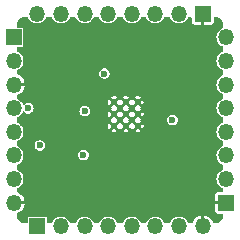
<source format=gbr>
%TF.GenerationSoftware,KiCad,Pcbnew,8.0.3-8.0.3-0~ubuntu23.10.1*%
%TF.CreationDate,2024-10-02T12:58:22-04:00*%
%TF.ProjectId,nPM1300-Stamp,6e504d31-3330-4302-9d53-74616d702e6b,rev?*%
%TF.SameCoordinates,Original*%
%TF.FileFunction,Copper,L3,Inr*%
%TF.FilePolarity,Positive*%
%FSLAX46Y46*%
G04 Gerber Fmt 4.6, Leading zero omitted, Abs format (unit mm)*
G04 Created by KiCad (PCBNEW 8.0.3-8.0.3-0~ubuntu23.10.1) date 2024-10-02 12:58:22*
%MOMM*%
%LPD*%
G01*
G04 APERTURE LIST*
%TA.AperFunction,ComponentPad*%
%ADD10R,1.350000X1.350000*%
%TD*%
%TA.AperFunction,ComponentPad*%
%ADD11O,1.350000X1.350000*%
%TD*%
%TA.AperFunction,HeatsinkPad*%
%ADD12C,0.500000*%
%TD*%
%TA.AperFunction,ViaPad*%
%ADD13C,0.600000*%
%TD*%
G04 APERTURE END LIST*
D10*
%TO.N,GND*%
%TO.C,J4*%
X157000000Y-91000000D03*
D11*
%TO.N,/LED0*%
X155000000Y-91000000D03*
%TO.N,/LED1*%
X153000000Y-91000000D03*
%TO.N,/LED2*%
X151000000Y-91000000D03*
%TO.N,/LS1_IN*%
X149000000Y-91000000D03*
%TO.N,/LS1_OUT*%
X147000000Y-91000000D03*
%TO.N,/LS2_IN*%
X145000000Y-91000000D03*
%TO.N,/LS2_OUT*%
X143000000Y-91000000D03*
%TD*%
D12*
%TO.N,GND*%
%TO.C,U1*%
X149500000Y-98500000D03*
X149500000Y-99500000D03*
X149500000Y-100500000D03*
X150500000Y-98500000D03*
X150500000Y-99500000D03*
X150500000Y-100500000D03*
X151500000Y-98500000D03*
X151500000Y-99500000D03*
X151500000Y-100500000D03*
%TD*%
D10*
%TO.N,GND*%
%TO.C,J3*%
X159000000Y-107000000D03*
D11*
%TO.N,/NTC*%
X159000000Y-105000000D03*
%TO.N,/VBAT*%
X159000000Y-103000000D03*
%TO.N,/VSYS*%
X159000000Y-101000000D03*
%TO.N,/VBUS_IN*%
X159000000Y-99000000D03*
%TO.N,/VBUS_OUT*%
X159000000Y-97000000D03*
%TO.N,/CC1*%
X159000000Y-95000000D03*
%TO.N,/CC2*%
X159000000Y-93000000D03*
%TD*%
D10*
%TO.N,/VOUT1*%
%TO.C,J1*%
X141000000Y-93000000D03*
D11*
%TO.N,/VOUT2*%
X141000000Y-95000000D03*
%TO.N,GND*%
X141000000Y-97000000D03*
%TO.N,/GPIO0*%
X141000000Y-99000000D03*
%TO.N,/GPIO1*%
X141000000Y-101000000D03*
%TO.N,/GPIO2*%
X141000000Y-103000000D03*
%TO.N,/GPIO3*%
X141000000Y-105000000D03*
%TO.N,GND*%
X141000000Y-107000000D03*
%TD*%
D10*
%TO.N,/GPIO4*%
%TO.C,J2*%
X143000000Y-109000000D03*
D11*
%TO.N,/VDDIO*%
X145000000Y-109000000D03*
%TO.N,/SDA_NPM1300*%
X147000000Y-109000000D03*
%TO.N,/SCL_NPM1300*%
X149000000Y-109000000D03*
%TO.N,/SHPLD*%
X151000000Y-109000000D03*
%TO.N,/VSET2*%
X153000000Y-109000000D03*
%TO.N,/VSET1*%
X155000000Y-109000000D03*
%TO.N,GND*%
X157000000Y-109000000D03*
%TD*%
D13*
%TO.N,GND*%
X157000000Y-104250000D03*
X146000000Y-108000000D03*
X148000000Y-108000000D03*
X157690000Y-98930000D03*
X157000000Y-107000000D03*
X157000000Y-106000000D03*
X146000000Y-92000000D03*
X144000000Y-106000000D03*
X143000000Y-106000000D03*
X156000000Y-106000000D03*
X142500000Y-96000000D03*
X156000000Y-104250000D03*
X152000000Y-108000000D03*
X157000000Y-94000000D03*
X154750000Y-103750000D03*
X157690000Y-102380000D03*
X154000000Y-92500000D03*
X150000000Y-92500000D03*
X144000000Y-92000000D03*
X157690000Y-100500000D03*
X157690000Y-96810000D03*
X153000000Y-96500000D03*
X156000000Y-107000000D03*
X154000000Y-107000000D03*
X152000000Y-92500000D03*
X155000000Y-95750000D03*
X147250000Y-97330000D03*
X150250000Y-104970000D03*
X148500000Y-92500000D03*
X145990000Y-102630000D03*
X150000000Y-108000000D03*
%TO.N,/VSYS*%
X154440000Y-99990000D03*
X147020000Y-99250000D03*
%TO.N,/VOUT2*%
X148670000Y-96070000D03*
X143225000Y-102150000D03*
%TO.N,/GPIO0*%
X142230000Y-99000000D03*
X146910000Y-102950000D03*
%TD*%
%TA.AperFunction,Conductor*%
%TO.N,GND*%
G36*
X142211972Y-91272174D02*
G01*
X142230024Y-91301633D01*
X142241712Y-91337608D01*
X142328475Y-91487885D01*
X142328478Y-91487890D01*
X142444592Y-91616847D01*
X142584969Y-91718838D01*
X142584976Y-91718842D01*
X142743501Y-91789422D01*
X142913236Y-91825500D01*
X142913237Y-91825500D01*
X143086763Y-91825500D01*
X143086764Y-91825500D01*
X143256499Y-91789422D01*
X143415024Y-91718842D01*
X143422819Y-91713179D01*
X143555407Y-91616847D01*
X143555406Y-91616847D01*
X143555410Y-91616845D01*
X143671522Y-91487889D01*
X143758286Y-91337611D01*
X143766936Y-91310988D01*
X143769976Y-91301633D01*
X143806758Y-91258566D01*
X143840354Y-91250500D01*
X144159646Y-91250500D01*
X144211972Y-91272174D01*
X144230024Y-91301633D01*
X144241712Y-91337608D01*
X144328475Y-91487885D01*
X144328478Y-91487890D01*
X144444592Y-91616847D01*
X144584969Y-91718838D01*
X144584976Y-91718842D01*
X144743501Y-91789422D01*
X144913236Y-91825500D01*
X144913237Y-91825500D01*
X145086763Y-91825500D01*
X145086764Y-91825500D01*
X145256499Y-91789422D01*
X145415024Y-91718842D01*
X145422819Y-91713179D01*
X145555407Y-91616847D01*
X145555406Y-91616847D01*
X145555410Y-91616845D01*
X145671522Y-91487889D01*
X145758286Y-91337611D01*
X145766936Y-91310988D01*
X145769976Y-91301633D01*
X145806758Y-91258566D01*
X145840354Y-91250500D01*
X146159646Y-91250500D01*
X146211972Y-91272174D01*
X146230024Y-91301633D01*
X146241712Y-91337608D01*
X146328475Y-91487885D01*
X146328478Y-91487890D01*
X146444592Y-91616847D01*
X146584969Y-91718838D01*
X146584976Y-91718842D01*
X146743501Y-91789422D01*
X146913236Y-91825500D01*
X146913237Y-91825500D01*
X147086763Y-91825500D01*
X147086764Y-91825500D01*
X147256499Y-91789422D01*
X147415024Y-91718842D01*
X147422819Y-91713179D01*
X147555407Y-91616847D01*
X147555406Y-91616847D01*
X147555410Y-91616845D01*
X147671522Y-91487889D01*
X147758286Y-91337611D01*
X147766936Y-91310988D01*
X147769976Y-91301633D01*
X147806758Y-91258566D01*
X147840354Y-91250500D01*
X148159646Y-91250500D01*
X148211972Y-91272174D01*
X148230024Y-91301633D01*
X148241712Y-91337608D01*
X148328475Y-91487885D01*
X148328478Y-91487890D01*
X148444592Y-91616847D01*
X148584969Y-91718838D01*
X148584976Y-91718842D01*
X148743501Y-91789422D01*
X148913236Y-91825500D01*
X148913237Y-91825500D01*
X149086763Y-91825500D01*
X149086764Y-91825500D01*
X149256499Y-91789422D01*
X149415024Y-91718842D01*
X149422819Y-91713179D01*
X149555407Y-91616847D01*
X149555406Y-91616847D01*
X149555410Y-91616845D01*
X149671522Y-91487889D01*
X149758286Y-91337611D01*
X149766936Y-91310988D01*
X149769976Y-91301633D01*
X149806758Y-91258566D01*
X149840354Y-91250500D01*
X150159646Y-91250500D01*
X150211972Y-91272174D01*
X150230024Y-91301633D01*
X150241712Y-91337608D01*
X150328475Y-91487885D01*
X150328478Y-91487890D01*
X150444592Y-91616847D01*
X150584969Y-91718838D01*
X150584976Y-91718842D01*
X150743501Y-91789422D01*
X150913236Y-91825500D01*
X150913237Y-91825500D01*
X151086763Y-91825500D01*
X151086764Y-91825500D01*
X151256499Y-91789422D01*
X151415024Y-91718842D01*
X151422819Y-91713179D01*
X151555407Y-91616847D01*
X151555406Y-91616847D01*
X151555410Y-91616845D01*
X151671522Y-91487889D01*
X151758286Y-91337611D01*
X151766936Y-91310988D01*
X151769976Y-91301633D01*
X151806758Y-91258566D01*
X151840354Y-91250500D01*
X152159646Y-91250500D01*
X152211972Y-91272174D01*
X152230024Y-91301633D01*
X152241712Y-91337608D01*
X152328475Y-91487885D01*
X152328478Y-91487890D01*
X152444592Y-91616847D01*
X152584969Y-91718838D01*
X152584976Y-91718842D01*
X152743501Y-91789422D01*
X152913236Y-91825500D01*
X152913237Y-91825500D01*
X153086763Y-91825500D01*
X153086764Y-91825500D01*
X153256499Y-91789422D01*
X153415024Y-91718842D01*
X153422819Y-91713179D01*
X153555407Y-91616847D01*
X153555406Y-91616847D01*
X153555410Y-91616845D01*
X153671522Y-91487889D01*
X153758286Y-91337611D01*
X153766936Y-91310988D01*
X153769976Y-91301633D01*
X153806758Y-91258566D01*
X153840354Y-91250500D01*
X154159646Y-91250500D01*
X154211972Y-91272174D01*
X154230024Y-91301633D01*
X154241712Y-91337608D01*
X154328475Y-91487885D01*
X154328478Y-91487890D01*
X154444592Y-91616847D01*
X154584969Y-91718838D01*
X154584976Y-91718842D01*
X154743501Y-91789422D01*
X154913236Y-91825500D01*
X154913237Y-91825500D01*
X155086763Y-91825500D01*
X155086764Y-91825500D01*
X155256499Y-91789422D01*
X155415024Y-91718842D01*
X155422819Y-91713179D01*
X155555407Y-91616847D01*
X155555406Y-91616847D01*
X155555410Y-91616845D01*
X155671522Y-91487889D01*
X155758286Y-91337611D01*
X155766936Y-91310988D01*
X155769976Y-91301633D01*
X155806758Y-91258566D01*
X155840354Y-91250500D01*
X156001000Y-91250500D01*
X156053326Y-91272174D01*
X156075000Y-91324500D01*
X156075000Y-91699622D01*
X156089505Y-91772545D01*
X156144759Y-91855239D01*
X156144760Y-91855240D01*
X156227454Y-91910494D01*
X156300378Y-91925000D01*
X156875000Y-91925000D01*
X156875000Y-91380617D01*
X156947339Y-91400000D01*
X157052661Y-91400000D01*
X157125000Y-91380617D01*
X157125000Y-91925000D01*
X157699622Y-91925000D01*
X157772545Y-91910494D01*
X157855239Y-91855240D01*
X157855240Y-91855239D01*
X157910494Y-91772545D01*
X157925000Y-91699622D01*
X157925000Y-91324759D01*
X157946674Y-91272433D01*
X157999000Y-91250759D01*
X158006235Y-91251114D01*
X158138971Y-91264187D01*
X158153188Y-91267014D01*
X158279851Y-91305437D01*
X158293249Y-91310988D01*
X158409972Y-91373378D01*
X158422029Y-91381434D01*
X158444653Y-91400000D01*
X158524342Y-91465399D01*
X158534600Y-91475657D01*
X158618562Y-91577965D01*
X158626621Y-91590027D01*
X158689011Y-91706750D01*
X158694563Y-91720152D01*
X158732983Y-91846805D01*
X158735813Y-91861033D01*
X158749144Y-91996385D01*
X158749500Y-92003638D01*
X158749500Y-92159850D01*
X158727826Y-92212176D01*
X158705599Y-92227452D01*
X158584978Y-92281156D01*
X158584973Y-92281159D01*
X158444592Y-92383152D01*
X158328478Y-92512109D01*
X158328475Y-92512114D01*
X158241716Y-92662384D01*
X158241711Y-92662394D01*
X158188093Y-92827418D01*
X158169953Y-93000000D01*
X158188093Y-93172581D01*
X158241711Y-93337605D01*
X158241716Y-93337615D01*
X158328475Y-93487885D01*
X158328478Y-93487890D01*
X158444592Y-93616847D01*
X158584969Y-93718838D01*
X158584971Y-93718838D01*
X158584976Y-93718842D01*
X158705600Y-93772547D01*
X158744585Y-93813628D01*
X158749500Y-93840148D01*
X158749500Y-94159850D01*
X158727826Y-94212176D01*
X158705599Y-94227452D01*
X158584978Y-94281156D01*
X158584973Y-94281159D01*
X158444592Y-94383152D01*
X158328478Y-94512109D01*
X158328475Y-94512114D01*
X158241716Y-94662384D01*
X158241711Y-94662394D01*
X158188093Y-94827418D01*
X158169953Y-95000000D01*
X158188093Y-95172581D01*
X158241711Y-95337605D01*
X158241716Y-95337615D01*
X158328475Y-95487885D01*
X158328478Y-95487890D01*
X158444592Y-95616847D01*
X158584969Y-95718838D01*
X158584971Y-95718838D01*
X158584976Y-95718842D01*
X158705600Y-95772547D01*
X158744585Y-95813628D01*
X158749500Y-95840148D01*
X158749500Y-96159850D01*
X158727826Y-96212176D01*
X158705599Y-96227452D01*
X158584978Y-96281156D01*
X158584973Y-96281159D01*
X158444592Y-96383152D01*
X158328478Y-96512109D01*
X158328475Y-96512114D01*
X158241716Y-96662384D01*
X158241711Y-96662394D01*
X158188093Y-96827418D01*
X158188092Y-96827422D01*
X158188092Y-96827424D01*
X158169953Y-97000000D01*
X158183091Y-97125000D01*
X158188093Y-97172581D01*
X158241711Y-97337605D01*
X158241716Y-97337615D01*
X158328475Y-97487885D01*
X158328478Y-97487890D01*
X158444592Y-97616847D01*
X158584969Y-97718838D01*
X158584971Y-97718838D01*
X158584976Y-97718842D01*
X158705600Y-97772547D01*
X158744585Y-97813628D01*
X158749500Y-97840148D01*
X158749500Y-98159850D01*
X158727826Y-98212176D01*
X158705599Y-98227452D01*
X158584978Y-98281156D01*
X158584973Y-98281159D01*
X158444592Y-98383152D01*
X158328478Y-98512109D01*
X158328475Y-98512114D01*
X158241716Y-98662384D01*
X158241711Y-98662394D01*
X158188093Y-98827418D01*
X158188092Y-98827422D01*
X158188092Y-98827424D01*
X158169953Y-99000000D01*
X158187783Y-99169640D01*
X158188093Y-99172581D01*
X158241711Y-99337605D01*
X158241716Y-99337615D01*
X158328475Y-99487885D01*
X158328478Y-99487890D01*
X158444592Y-99616847D01*
X158584969Y-99718838D01*
X158584971Y-99718838D01*
X158584976Y-99718842D01*
X158705600Y-99772547D01*
X158744585Y-99813628D01*
X158749500Y-99840148D01*
X158749500Y-100159850D01*
X158727826Y-100212176D01*
X158705599Y-100227452D01*
X158584978Y-100281156D01*
X158584973Y-100281159D01*
X158444592Y-100383152D01*
X158328478Y-100512109D01*
X158328475Y-100512114D01*
X158241716Y-100662384D01*
X158241711Y-100662394D01*
X158188093Y-100827418D01*
X158188092Y-100827422D01*
X158188092Y-100827424D01*
X158169953Y-100999999D01*
X158169953Y-101000000D01*
X158188093Y-101172581D01*
X158241711Y-101337605D01*
X158241716Y-101337615D01*
X158328475Y-101487885D01*
X158328478Y-101487890D01*
X158444592Y-101616847D01*
X158584969Y-101718838D01*
X158584971Y-101718838D01*
X158584976Y-101718842D01*
X158705600Y-101772547D01*
X158744585Y-101813628D01*
X158749500Y-101840148D01*
X158749500Y-102159850D01*
X158727826Y-102212176D01*
X158705599Y-102227452D01*
X158584978Y-102281156D01*
X158584973Y-102281159D01*
X158444592Y-102383152D01*
X158328478Y-102512109D01*
X158328475Y-102512114D01*
X158241716Y-102662384D01*
X158241711Y-102662394D01*
X158188093Y-102827418D01*
X158169953Y-103000000D01*
X158188093Y-103172581D01*
X158241711Y-103337605D01*
X158241716Y-103337615D01*
X158328475Y-103487885D01*
X158328478Y-103487890D01*
X158444592Y-103616847D01*
X158584969Y-103718838D01*
X158584971Y-103718838D01*
X158584976Y-103718842D01*
X158705600Y-103772547D01*
X158744585Y-103813628D01*
X158749500Y-103840148D01*
X158749500Y-104159850D01*
X158727826Y-104212176D01*
X158705599Y-104227452D01*
X158584978Y-104281156D01*
X158584973Y-104281159D01*
X158444592Y-104383152D01*
X158328478Y-104512109D01*
X158328475Y-104512114D01*
X158241716Y-104662384D01*
X158241711Y-104662394D01*
X158188093Y-104827418D01*
X158169953Y-105000000D01*
X158188093Y-105172581D01*
X158241711Y-105337605D01*
X158241716Y-105337615D01*
X158328475Y-105487885D01*
X158328478Y-105487890D01*
X158444592Y-105616847D01*
X158584969Y-105718838D01*
X158584971Y-105718838D01*
X158584976Y-105718842D01*
X158705600Y-105772547D01*
X158744585Y-105813628D01*
X158749500Y-105840148D01*
X158749500Y-106001000D01*
X158727826Y-106053326D01*
X158675500Y-106075000D01*
X158300378Y-106075000D01*
X158227454Y-106089505D01*
X158144760Y-106144759D01*
X158144759Y-106144760D01*
X158089505Y-106227454D01*
X158075000Y-106300377D01*
X158075000Y-106875000D01*
X158619383Y-106875000D01*
X158600000Y-106947339D01*
X158600000Y-107052661D01*
X158619383Y-107125000D01*
X158075000Y-107125000D01*
X158075000Y-107699622D01*
X158089505Y-107772545D01*
X158144759Y-107855239D01*
X158144760Y-107855240D01*
X158227454Y-107910494D01*
X158300378Y-107925000D01*
X158675240Y-107925000D01*
X158727566Y-107946674D01*
X158749240Y-107999000D01*
X158748884Y-108006253D01*
X158735813Y-108138966D01*
X158732983Y-108153194D01*
X158694563Y-108279847D01*
X158689011Y-108293249D01*
X158626621Y-108409972D01*
X158618562Y-108422034D01*
X158534600Y-108524342D01*
X158524342Y-108534600D01*
X158422034Y-108618562D01*
X158409972Y-108626621D01*
X158293249Y-108689011D01*
X158279847Y-108694563D01*
X158153194Y-108732983D01*
X158138966Y-108735813D01*
X158003615Y-108749144D01*
X157996362Y-108749500D01*
X157944974Y-108749500D01*
X157892648Y-108727826D01*
X157874596Y-108698367D01*
X157849685Y-108621699D01*
X157752465Y-108453306D01*
X157752462Y-108453303D01*
X157622352Y-108308802D01*
X157465054Y-108194517D01*
X157465047Y-108194513D01*
X157287416Y-108115427D01*
X157287415Y-108115426D01*
X157125000Y-108080903D01*
X157125000Y-108619382D01*
X157052661Y-108600000D01*
X156947339Y-108600000D01*
X156875000Y-108619382D01*
X156875000Y-108080904D01*
X156874999Y-108080903D01*
X156712584Y-108115426D01*
X156712583Y-108115427D01*
X156534953Y-108194513D01*
X156534946Y-108194517D01*
X156377647Y-108308802D01*
X156247537Y-108453303D01*
X156247534Y-108453306D01*
X156150314Y-108621699D01*
X156125404Y-108698367D01*
X156088622Y-108741434D01*
X156055026Y-108749500D01*
X155840354Y-108749500D01*
X155788028Y-108727826D01*
X155769976Y-108698367D01*
X155758287Y-108662391D01*
X155671524Y-108512114D01*
X155671521Y-108512109D01*
X155555407Y-108383152D01*
X155415030Y-108281161D01*
X155415023Y-108281157D01*
X155256500Y-108210578D01*
X155256498Y-108210577D01*
X155122841Y-108182168D01*
X155086764Y-108174500D01*
X154913236Y-108174500D01*
X154883483Y-108180824D01*
X154743501Y-108210577D01*
X154743499Y-108210578D01*
X154584978Y-108281156D01*
X154584973Y-108281159D01*
X154444592Y-108383152D01*
X154328478Y-108512109D01*
X154328475Y-108512114D01*
X154241712Y-108662391D01*
X154230024Y-108698367D01*
X154193242Y-108741434D01*
X154159646Y-108749500D01*
X153840354Y-108749500D01*
X153788028Y-108727826D01*
X153769976Y-108698367D01*
X153758287Y-108662391D01*
X153671524Y-108512114D01*
X153671521Y-108512109D01*
X153555407Y-108383152D01*
X153415030Y-108281161D01*
X153415023Y-108281157D01*
X153256500Y-108210578D01*
X153256498Y-108210577D01*
X153122841Y-108182168D01*
X153086764Y-108174500D01*
X152913236Y-108174500D01*
X152883483Y-108180824D01*
X152743501Y-108210577D01*
X152743499Y-108210578D01*
X152584978Y-108281156D01*
X152584973Y-108281159D01*
X152444592Y-108383152D01*
X152328478Y-108512109D01*
X152328475Y-108512114D01*
X152241712Y-108662391D01*
X152230024Y-108698367D01*
X152193242Y-108741434D01*
X152159646Y-108749500D01*
X151840354Y-108749500D01*
X151788028Y-108727826D01*
X151769976Y-108698367D01*
X151758287Y-108662391D01*
X151671524Y-108512114D01*
X151671521Y-108512109D01*
X151555407Y-108383152D01*
X151415030Y-108281161D01*
X151415023Y-108281157D01*
X151256500Y-108210578D01*
X151256498Y-108210577D01*
X151122841Y-108182168D01*
X151086764Y-108174500D01*
X150913236Y-108174500D01*
X150883483Y-108180824D01*
X150743501Y-108210577D01*
X150743499Y-108210578D01*
X150584978Y-108281156D01*
X150584973Y-108281159D01*
X150444592Y-108383152D01*
X150328478Y-108512109D01*
X150328475Y-108512114D01*
X150241712Y-108662391D01*
X150230024Y-108698367D01*
X150193242Y-108741434D01*
X150159646Y-108749500D01*
X149840354Y-108749500D01*
X149788028Y-108727826D01*
X149769976Y-108698367D01*
X149758287Y-108662391D01*
X149671524Y-108512114D01*
X149671521Y-108512109D01*
X149555407Y-108383152D01*
X149415030Y-108281161D01*
X149415023Y-108281157D01*
X149256500Y-108210578D01*
X149256498Y-108210577D01*
X149122841Y-108182168D01*
X149086764Y-108174500D01*
X148913236Y-108174500D01*
X148883483Y-108180824D01*
X148743501Y-108210577D01*
X148743499Y-108210578D01*
X148584978Y-108281156D01*
X148584973Y-108281159D01*
X148444592Y-108383152D01*
X148328478Y-108512109D01*
X148328475Y-108512114D01*
X148241712Y-108662391D01*
X148230024Y-108698367D01*
X148193242Y-108741434D01*
X148159646Y-108749500D01*
X147840354Y-108749500D01*
X147788028Y-108727826D01*
X147769976Y-108698367D01*
X147758287Y-108662391D01*
X147671524Y-108512114D01*
X147671521Y-108512109D01*
X147555407Y-108383152D01*
X147415030Y-108281161D01*
X147415023Y-108281157D01*
X147256500Y-108210578D01*
X147256498Y-108210577D01*
X147122841Y-108182168D01*
X147086764Y-108174500D01*
X146913236Y-108174500D01*
X146883483Y-108180824D01*
X146743501Y-108210577D01*
X146743499Y-108210578D01*
X146584978Y-108281156D01*
X146584973Y-108281159D01*
X146444592Y-108383152D01*
X146328478Y-108512109D01*
X146328475Y-108512114D01*
X146241712Y-108662391D01*
X146230024Y-108698367D01*
X146193242Y-108741434D01*
X146159646Y-108749500D01*
X145840354Y-108749500D01*
X145788028Y-108727826D01*
X145769976Y-108698367D01*
X145758287Y-108662391D01*
X145671524Y-108512114D01*
X145671521Y-108512109D01*
X145555407Y-108383152D01*
X145415030Y-108281161D01*
X145415023Y-108281157D01*
X145256500Y-108210578D01*
X145256498Y-108210577D01*
X145122841Y-108182168D01*
X145086764Y-108174500D01*
X144913236Y-108174500D01*
X144883483Y-108180824D01*
X144743501Y-108210577D01*
X144743499Y-108210578D01*
X144584978Y-108281156D01*
X144584973Y-108281159D01*
X144444592Y-108383152D01*
X144328478Y-108512109D01*
X144328475Y-108512114D01*
X144241712Y-108662391D01*
X144230024Y-108698367D01*
X144193242Y-108741434D01*
X144159646Y-108749500D01*
X143899500Y-108749500D01*
X143847174Y-108727826D01*
X143825500Y-108675500D01*
X143825500Y-108310180D01*
X143820853Y-108286821D01*
X143816767Y-108266278D01*
X143783504Y-108216496D01*
X143733722Y-108183233D01*
X143689820Y-108174500D01*
X142310180Y-108174500D01*
X142288229Y-108178866D01*
X142266277Y-108183233D01*
X142216496Y-108216495D01*
X142216495Y-108216496D01*
X142183233Y-108266277D01*
X142174500Y-108310180D01*
X142174500Y-108675500D01*
X142152826Y-108727826D01*
X142100500Y-108749500D01*
X142003638Y-108749500D01*
X141996385Y-108749144D01*
X141861033Y-108735813D01*
X141846805Y-108732983D01*
X141720152Y-108694563D01*
X141706750Y-108689011D01*
X141590027Y-108626621D01*
X141577968Y-108618564D01*
X141535099Y-108583383D01*
X141475657Y-108534600D01*
X141465399Y-108524342D01*
X141429029Y-108480025D01*
X141381434Y-108422029D01*
X141373378Y-108409972D01*
X141310988Y-108293249D01*
X141305436Y-108279847D01*
X141286219Y-108216496D01*
X141267014Y-108153188D01*
X141264187Y-108138971D01*
X141250856Y-108003614D01*
X141250500Y-107996361D01*
X141250500Y-107949064D01*
X141272174Y-107896738D01*
X141294402Y-107881462D01*
X141465043Y-107805488D01*
X141465054Y-107805482D01*
X141622352Y-107691197D01*
X141752462Y-107546696D01*
X141752465Y-107546693D01*
X141849685Y-107378300D01*
X141909768Y-107193384D01*
X141916957Y-107125000D01*
X141380617Y-107125000D01*
X141400000Y-107052661D01*
X141400000Y-106947339D01*
X141380617Y-106875000D01*
X141916957Y-106875000D01*
X141916956Y-106874999D01*
X141909768Y-106806615D01*
X141849685Y-106621699D01*
X141752465Y-106453306D01*
X141752462Y-106453303D01*
X141622352Y-106308802D01*
X141465054Y-106194517D01*
X141465046Y-106194513D01*
X141294401Y-106118536D01*
X141255415Y-106077453D01*
X141250500Y-106050934D01*
X141250500Y-105840148D01*
X141272174Y-105787822D01*
X141294395Y-105772549D01*
X141415024Y-105718842D01*
X141555410Y-105616845D01*
X141671522Y-105487889D01*
X141758286Y-105337611D01*
X141811908Y-105172576D01*
X141830047Y-105000000D01*
X141811908Y-104827424D01*
X141758286Y-104662389D01*
X141671522Y-104512111D01*
X141671521Y-104512109D01*
X141555407Y-104383152D01*
X141415030Y-104281161D01*
X141415022Y-104281157D01*
X141294401Y-104227452D01*
X141255415Y-104186369D01*
X141250500Y-104159850D01*
X141250500Y-103840148D01*
X141272174Y-103787822D01*
X141294395Y-103772549D01*
X141415024Y-103718842D01*
X141555410Y-103616845D01*
X141671522Y-103487889D01*
X141758286Y-103337611D01*
X141811908Y-103172576D01*
X141830047Y-103000000D01*
X141824792Y-102950000D01*
X146454867Y-102950000D01*
X146473302Y-103078223D01*
X146473302Y-103078224D01*
X146473303Y-103078226D01*
X146527118Y-103196063D01*
X146611951Y-103293967D01*
X146720931Y-103364004D01*
X146845228Y-103400500D01*
X146974772Y-103400500D01*
X147099069Y-103364004D01*
X147208049Y-103293967D01*
X147292882Y-103196063D01*
X147346697Y-103078226D01*
X147365133Y-102950000D01*
X147346697Y-102821774D01*
X147292882Y-102703937D01*
X147208049Y-102606033D01*
X147141032Y-102562964D01*
X147099068Y-102535995D01*
X146974772Y-102499500D01*
X146845228Y-102499500D01*
X146720931Y-102535995D01*
X146611954Y-102606031D01*
X146611950Y-102606034D01*
X146527119Y-102703935D01*
X146473302Y-102821776D01*
X146454867Y-102950000D01*
X141824792Y-102950000D01*
X141811908Y-102827424D01*
X141805546Y-102807844D01*
X141758288Y-102662394D01*
X141758283Y-102662384D01*
X141671524Y-102512114D01*
X141671521Y-102512109D01*
X141555407Y-102383152D01*
X141415030Y-102281161D01*
X141415022Y-102281157D01*
X141294401Y-102227452D01*
X141255415Y-102186369D01*
X141250500Y-102159850D01*
X141250500Y-102150000D01*
X142769867Y-102150000D01*
X142788302Y-102278223D01*
X142788302Y-102278224D01*
X142788303Y-102278226D01*
X142842118Y-102396063D01*
X142926951Y-102493967D01*
X143035931Y-102564004D01*
X143160228Y-102600500D01*
X143289772Y-102600500D01*
X143414069Y-102564004D01*
X143523049Y-102493967D01*
X143607882Y-102396063D01*
X143661697Y-102278226D01*
X143680133Y-102150000D01*
X143661697Y-102021774D01*
X143607882Y-101903937D01*
X143523049Y-101806033D01*
X143456032Y-101762964D01*
X143414068Y-101735995D01*
X143289772Y-101699500D01*
X143160228Y-101699500D01*
X143035931Y-101735995D01*
X142926954Y-101806031D01*
X142926950Y-101806034D01*
X142842119Y-101903935D01*
X142788302Y-102021776D01*
X142769867Y-102150000D01*
X141250500Y-102150000D01*
X141250500Y-101840148D01*
X141272174Y-101787822D01*
X141294395Y-101772549D01*
X141415024Y-101718842D01*
X141555410Y-101616845D01*
X141671522Y-101487889D01*
X141758286Y-101337611D01*
X141811908Y-101172576D01*
X141830047Y-101000000D01*
X141822793Y-100930982D01*
X149245792Y-100930982D01*
X149290152Y-100959490D01*
X149290161Y-100959494D01*
X149428107Y-100999999D01*
X149428109Y-101000000D01*
X149571891Y-101000000D01*
X149571892Y-100999999D01*
X149709842Y-100959493D01*
X149709844Y-100959493D01*
X149754206Y-100930982D01*
X150245792Y-100930982D01*
X150290152Y-100959490D01*
X150290161Y-100959494D01*
X150428107Y-100999999D01*
X150428109Y-101000000D01*
X150571891Y-101000000D01*
X150571892Y-100999999D01*
X150709842Y-100959493D01*
X150709844Y-100959493D01*
X150754206Y-100930982D01*
X151245792Y-100930982D01*
X151290152Y-100959490D01*
X151290161Y-100959494D01*
X151428107Y-100999999D01*
X151428109Y-101000000D01*
X151571891Y-101000000D01*
X151571892Y-100999999D01*
X151709842Y-100959493D01*
X151709844Y-100959493D01*
X151754206Y-100930982D01*
X151500000Y-100676776D01*
X151245792Y-100930982D01*
X150754206Y-100930982D01*
X150500000Y-100676776D01*
X150245792Y-100930982D01*
X149754206Y-100930982D01*
X149500000Y-100676776D01*
X149245792Y-100930982D01*
X141822793Y-100930982D01*
X141811908Y-100827424D01*
X141788691Y-100755969D01*
X141758288Y-100662394D01*
X141758283Y-100662384D01*
X141671524Y-100512114D01*
X141671521Y-100512109D01*
X141660618Y-100500000D01*
X148994858Y-100500000D01*
X149015319Y-100642312D01*
X149067234Y-100755988D01*
X149323223Y-100500000D01*
X149323223Y-100499999D01*
X149303333Y-100480109D01*
X149400000Y-100480109D01*
X149400000Y-100519891D01*
X149415224Y-100556645D01*
X149443355Y-100584776D01*
X149480109Y-100600000D01*
X149519891Y-100600000D01*
X149556645Y-100584776D01*
X149584776Y-100556645D01*
X149600000Y-100519891D01*
X149600000Y-100499999D01*
X149676776Y-100499999D01*
X149676776Y-100500000D01*
X149932765Y-100755989D01*
X149932895Y-100755966D01*
X149974138Y-100717567D01*
X150030739Y-100719588D01*
X150067121Y-100755969D01*
X150067233Y-100755989D01*
X150323223Y-100500000D01*
X150323223Y-100499999D01*
X150303333Y-100480109D01*
X150400000Y-100480109D01*
X150400000Y-100519891D01*
X150415224Y-100556645D01*
X150443355Y-100584776D01*
X150480109Y-100600000D01*
X150519891Y-100600000D01*
X150556645Y-100584776D01*
X150584776Y-100556645D01*
X150600000Y-100519891D01*
X150600000Y-100499999D01*
X150676776Y-100499999D01*
X150676776Y-100500000D01*
X150932765Y-100755989D01*
X150932895Y-100755966D01*
X150974138Y-100717567D01*
X151030739Y-100719588D01*
X151067121Y-100755969D01*
X151067233Y-100755989D01*
X151323223Y-100500000D01*
X151323223Y-100499999D01*
X151303333Y-100480109D01*
X151400000Y-100480109D01*
X151400000Y-100519891D01*
X151415224Y-100556645D01*
X151443355Y-100584776D01*
X151480109Y-100600000D01*
X151519891Y-100600000D01*
X151556645Y-100584776D01*
X151584776Y-100556645D01*
X151600000Y-100519891D01*
X151600000Y-100499999D01*
X151676776Y-100499999D01*
X151676776Y-100500000D01*
X151932765Y-100755989D01*
X151984680Y-100642315D01*
X152005141Y-100500000D01*
X151984680Y-100357687D01*
X151932764Y-100244010D01*
X151676776Y-100499999D01*
X151600000Y-100499999D01*
X151600000Y-100480109D01*
X151584776Y-100443355D01*
X151556645Y-100415224D01*
X151519891Y-100400000D01*
X151480109Y-100400000D01*
X151443355Y-100415224D01*
X151415224Y-100443355D01*
X151400000Y-100480109D01*
X151303333Y-100480109D01*
X151067234Y-100244010D01*
X151067104Y-100244033D01*
X151025857Y-100282433D01*
X150969256Y-100280410D01*
X150932877Y-100244029D01*
X150932765Y-100244009D01*
X150676776Y-100499999D01*
X150600000Y-100499999D01*
X150600000Y-100480109D01*
X150584776Y-100443355D01*
X150556645Y-100415224D01*
X150519891Y-100400000D01*
X150480109Y-100400000D01*
X150443355Y-100415224D01*
X150415224Y-100443355D01*
X150400000Y-100480109D01*
X150303333Y-100480109D01*
X150067234Y-100244010D01*
X150067104Y-100244033D01*
X150025857Y-100282433D01*
X149969256Y-100280410D01*
X149932877Y-100244029D01*
X149932765Y-100244009D01*
X149676776Y-100499999D01*
X149600000Y-100499999D01*
X149600000Y-100480109D01*
X149584776Y-100443355D01*
X149556645Y-100415224D01*
X149519891Y-100400000D01*
X149480109Y-100400000D01*
X149443355Y-100415224D01*
X149415224Y-100443355D01*
X149400000Y-100480109D01*
X149303333Y-100480109D01*
X149067234Y-100244010D01*
X149015319Y-100357687D01*
X148994858Y-100500000D01*
X141660618Y-100500000D01*
X141555407Y-100383152D01*
X141415030Y-100281161D01*
X141415022Y-100281157D01*
X141294401Y-100227452D01*
X141255415Y-100186369D01*
X141250500Y-100159850D01*
X141250500Y-99930981D01*
X149245793Y-99930981D01*
X149256319Y-99937746D01*
X149288620Y-99984270D01*
X149278564Y-100040007D01*
X149256319Y-100062251D01*
X149245793Y-100069015D01*
X149245793Y-100069016D01*
X149499999Y-100323223D01*
X149754206Y-100069016D01*
X149743679Y-100062251D01*
X149711378Y-100015728D01*
X149721435Y-99959991D01*
X149743680Y-99937746D01*
X149754205Y-99930981D01*
X150245793Y-99930981D01*
X150256319Y-99937746D01*
X150288620Y-99984270D01*
X150278564Y-100040007D01*
X150256319Y-100062251D01*
X150245793Y-100069015D01*
X150245793Y-100069016D01*
X150499999Y-100323223D01*
X150754206Y-100069016D01*
X150743679Y-100062251D01*
X150711378Y-100015728D01*
X150721435Y-99959991D01*
X150743680Y-99937746D01*
X150754205Y-99930981D01*
X151245793Y-99930981D01*
X151256319Y-99937746D01*
X151288620Y-99984270D01*
X151278564Y-100040007D01*
X151256319Y-100062251D01*
X151245793Y-100069015D01*
X151245793Y-100069016D01*
X151499999Y-100323223D01*
X151754206Y-100069016D01*
X151743679Y-100062251D01*
X151711378Y-100015728D01*
X151716020Y-99990000D01*
X153984867Y-99990000D01*
X154003302Y-100118223D01*
X154003302Y-100118224D01*
X154003303Y-100118226D01*
X154057118Y-100236063D01*
X154141951Y-100333967D01*
X154250931Y-100404004D01*
X154375228Y-100440500D01*
X154504772Y-100440500D01*
X154629069Y-100404004D01*
X154738049Y-100333967D01*
X154822882Y-100236063D01*
X154876697Y-100118226D01*
X154895133Y-99990000D01*
X154876697Y-99861774D01*
X154822882Y-99743937D01*
X154738049Y-99646033D01*
X154657034Y-99593968D01*
X154629068Y-99575995D01*
X154504772Y-99539500D01*
X154375228Y-99539500D01*
X154250931Y-99575995D01*
X154141954Y-99646031D01*
X154141950Y-99646034D01*
X154057119Y-99743935D01*
X154057118Y-99743936D01*
X154057118Y-99743937D01*
X154051623Y-99755969D01*
X154003302Y-99861776D01*
X153984867Y-99990000D01*
X151716020Y-99990000D01*
X151721435Y-99959991D01*
X151743680Y-99937746D01*
X151754205Y-99930981D01*
X151500000Y-99676776D01*
X151245793Y-99930981D01*
X150754205Y-99930981D01*
X150500000Y-99676776D01*
X150245793Y-99930981D01*
X149754205Y-99930981D01*
X149500000Y-99676776D01*
X149245793Y-99930981D01*
X141250500Y-99930981D01*
X141250500Y-99840148D01*
X141272174Y-99787822D01*
X141294395Y-99772549D01*
X141415024Y-99718842D01*
X141440270Y-99700500D01*
X141555407Y-99616847D01*
X141555406Y-99616847D01*
X141555410Y-99616845D01*
X141671522Y-99487889D01*
X141758286Y-99337611D01*
X141763651Y-99321095D01*
X141800432Y-99278028D01*
X141856894Y-99273582D01*
X141889955Y-99295500D01*
X141931951Y-99343967D01*
X142040931Y-99414004D01*
X142165228Y-99450500D01*
X142294772Y-99450500D01*
X142419069Y-99414004D01*
X142528049Y-99343967D01*
X142609471Y-99250000D01*
X146564867Y-99250000D01*
X146583302Y-99378223D01*
X146583302Y-99378224D01*
X146583303Y-99378226D01*
X146637118Y-99496063D01*
X146721951Y-99593967D01*
X146830931Y-99664004D01*
X146955228Y-99700500D01*
X147084772Y-99700500D01*
X147209069Y-99664004D01*
X147318049Y-99593967D01*
X147399471Y-99500000D01*
X148994858Y-99500000D01*
X149015319Y-99642312D01*
X149067234Y-99755988D01*
X149323223Y-99500000D01*
X149323223Y-99499999D01*
X149303333Y-99480109D01*
X149400000Y-99480109D01*
X149400000Y-99519891D01*
X149415224Y-99556645D01*
X149443355Y-99584776D01*
X149480109Y-99600000D01*
X149519891Y-99600000D01*
X149556645Y-99584776D01*
X149584776Y-99556645D01*
X149600000Y-99519891D01*
X149600000Y-99499999D01*
X149676776Y-99499999D01*
X149676776Y-99500000D01*
X149932765Y-99755989D01*
X149932895Y-99755966D01*
X149974138Y-99717567D01*
X150030739Y-99719588D01*
X150067121Y-99755969D01*
X150067233Y-99755989D01*
X150323223Y-99500000D01*
X150323223Y-99499999D01*
X150303333Y-99480109D01*
X150400000Y-99480109D01*
X150400000Y-99519891D01*
X150415224Y-99556645D01*
X150443355Y-99584776D01*
X150480109Y-99600000D01*
X150519891Y-99600000D01*
X150556645Y-99584776D01*
X150584776Y-99556645D01*
X150600000Y-99519891D01*
X150600000Y-99499999D01*
X150676776Y-99499999D01*
X150676776Y-99500000D01*
X150932765Y-99755989D01*
X150932895Y-99755966D01*
X150974138Y-99717567D01*
X151030739Y-99719588D01*
X151067121Y-99755969D01*
X151067233Y-99755989D01*
X151323223Y-99500000D01*
X151323223Y-99499999D01*
X151303333Y-99480109D01*
X151400000Y-99480109D01*
X151400000Y-99519891D01*
X151415224Y-99556645D01*
X151443355Y-99584776D01*
X151480109Y-99600000D01*
X151519891Y-99600000D01*
X151556645Y-99584776D01*
X151584776Y-99556645D01*
X151600000Y-99519891D01*
X151600000Y-99499999D01*
X151676776Y-99499999D01*
X151676776Y-99500000D01*
X151932765Y-99755989D01*
X151984680Y-99642315D01*
X152005141Y-99500000D01*
X151984680Y-99357687D01*
X151932764Y-99244010D01*
X151676776Y-99499999D01*
X151600000Y-99499999D01*
X151600000Y-99480109D01*
X151584776Y-99443355D01*
X151556645Y-99415224D01*
X151519891Y-99400000D01*
X151480109Y-99400000D01*
X151443355Y-99415224D01*
X151415224Y-99443355D01*
X151400000Y-99480109D01*
X151303333Y-99480109D01*
X151067234Y-99244010D01*
X151067104Y-99244033D01*
X151025857Y-99282433D01*
X150969256Y-99280410D01*
X150932877Y-99244029D01*
X150932765Y-99244009D01*
X150676776Y-99499999D01*
X150600000Y-99499999D01*
X150600000Y-99480109D01*
X150584776Y-99443355D01*
X150556645Y-99415224D01*
X150519891Y-99400000D01*
X150480109Y-99400000D01*
X150443355Y-99415224D01*
X150415224Y-99443355D01*
X150400000Y-99480109D01*
X150303333Y-99480109D01*
X150067234Y-99244010D01*
X150067104Y-99244033D01*
X150025857Y-99282433D01*
X149969256Y-99280410D01*
X149932877Y-99244029D01*
X149932765Y-99244009D01*
X149676776Y-99499999D01*
X149600000Y-99499999D01*
X149600000Y-99480109D01*
X149584776Y-99443355D01*
X149556645Y-99415224D01*
X149519891Y-99400000D01*
X149480109Y-99400000D01*
X149443355Y-99415224D01*
X149415224Y-99443355D01*
X149400000Y-99480109D01*
X149303333Y-99480109D01*
X149067234Y-99244010D01*
X149015319Y-99357687D01*
X148994858Y-99500000D01*
X147399471Y-99500000D01*
X147402882Y-99496063D01*
X147456697Y-99378226D01*
X147475133Y-99250000D01*
X147456697Y-99121774D01*
X147402882Y-99003937D01*
X147339666Y-98930981D01*
X149245793Y-98930981D01*
X149256319Y-98937746D01*
X149288620Y-98984270D01*
X149278564Y-99040007D01*
X149256319Y-99062251D01*
X149245793Y-99069015D01*
X149245793Y-99069016D01*
X149499999Y-99323223D01*
X149754206Y-99069016D01*
X149743679Y-99062251D01*
X149711378Y-99015728D01*
X149721435Y-98959991D01*
X149743680Y-98937746D01*
X149754205Y-98930981D01*
X150245793Y-98930981D01*
X150256319Y-98937746D01*
X150288620Y-98984270D01*
X150278564Y-99040007D01*
X150256319Y-99062251D01*
X150245793Y-99069015D01*
X150245793Y-99069016D01*
X150499999Y-99323223D01*
X150754206Y-99069016D01*
X150743679Y-99062251D01*
X150711378Y-99015728D01*
X150721435Y-98959991D01*
X150743680Y-98937746D01*
X150754205Y-98930981D01*
X151245793Y-98930981D01*
X151256319Y-98937746D01*
X151288620Y-98984270D01*
X151278564Y-99040007D01*
X151256319Y-99062251D01*
X151245793Y-99069015D01*
X151245793Y-99069016D01*
X151499999Y-99323223D01*
X151754205Y-99069016D01*
X151743679Y-99062251D01*
X151711378Y-99015728D01*
X151721435Y-98959991D01*
X151743680Y-98937746D01*
X151754205Y-98930981D01*
X151500000Y-98676776D01*
X151245793Y-98930981D01*
X150754205Y-98930981D01*
X150500000Y-98676776D01*
X150245793Y-98930981D01*
X149754205Y-98930981D01*
X149500000Y-98676776D01*
X149245793Y-98930981D01*
X147339666Y-98930981D01*
X147318049Y-98906033D01*
X147251032Y-98862964D01*
X147209068Y-98835995D01*
X147084772Y-98799500D01*
X146955228Y-98799500D01*
X146830931Y-98835995D01*
X146721954Y-98906031D01*
X146721950Y-98906034D01*
X146637119Y-99003935D01*
X146583302Y-99121776D01*
X146564867Y-99250000D01*
X142609471Y-99250000D01*
X142612882Y-99246063D01*
X142666697Y-99128226D01*
X142685133Y-99000000D01*
X142666697Y-98871774D01*
X142612882Y-98753937D01*
X142528049Y-98656033D01*
X142440860Y-98600000D01*
X142419068Y-98585995D01*
X142294772Y-98549500D01*
X142165228Y-98549500D01*
X142040931Y-98585995D01*
X141931954Y-98656031D01*
X141931946Y-98656037D01*
X141889955Y-98704498D01*
X141839309Y-98729849D01*
X141785570Y-98711963D01*
X141763652Y-98678904D01*
X141758286Y-98662389D01*
X141671522Y-98512111D01*
X141671521Y-98512109D01*
X141660618Y-98500000D01*
X148994858Y-98500000D01*
X149015319Y-98642312D01*
X149067234Y-98755988D01*
X149323223Y-98500000D01*
X149323223Y-98499999D01*
X149303333Y-98480109D01*
X149400000Y-98480109D01*
X149400000Y-98519891D01*
X149415224Y-98556645D01*
X149443355Y-98584776D01*
X149480109Y-98600000D01*
X149519891Y-98600000D01*
X149556645Y-98584776D01*
X149584776Y-98556645D01*
X149600000Y-98519891D01*
X149600000Y-98499999D01*
X149676776Y-98499999D01*
X149676776Y-98500000D01*
X149932765Y-98755989D01*
X149932895Y-98755966D01*
X149974138Y-98717567D01*
X150030739Y-98719588D01*
X150067121Y-98755969D01*
X150067233Y-98755989D01*
X150323223Y-98500000D01*
X150323223Y-98499999D01*
X150303333Y-98480109D01*
X150400000Y-98480109D01*
X150400000Y-98519891D01*
X150415224Y-98556645D01*
X150443355Y-98584776D01*
X150480109Y-98600000D01*
X150519891Y-98600000D01*
X150556645Y-98584776D01*
X150584776Y-98556645D01*
X150600000Y-98519891D01*
X150600000Y-98499999D01*
X150676776Y-98499999D01*
X150676776Y-98500000D01*
X150932765Y-98755989D01*
X150932895Y-98755966D01*
X150974138Y-98717567D01*
X151030739Y-98719588D01*
X151067121Y-98755969D01*
X151067233Y-98755989D01*
X151323223Y-98500000D01*
X151323223Y-98499999D01*
X151303333Y-98480109D01*
X151400000Y-98480109D01*
X151400000Y-98519891D01*
X151415224Y-98556645D01*
X151443355Y-98584776D01*
X151480109Y-98600000D01*
X151519891Y-98600000D01*
X151556645Y-98584776D01*
X151584776Y-98556645D01*
X151600000Y-98519891D01*
X151600000Y-98499999D01*
X151676776Y-98499999D01*
X151676776Y-98500000D01*
X151932765Y-98755989D01*
X151984680Y-98642315D01*
X152005141Y-98500000D01*
X151984680Y-98357687D01*
X151932764Y-98244010D01*
X151676776Y-98499999D01*
X151600000Y-98499999D01*
X151600000Y-98480109D01*
X151584776Y-98443355D01*
X151556645Y-98415224D01*
X151519891Y-98400000D01*
X151480109Y-98400000D01*
X151443355Y-98415224D01*
X151415224Y-98443355D01*
X151400000Y-98480109D01*
X151303333Y-98480109D01*
X151067234Y-98244010D01*
X151067104Y-98244033D01*
X151025857Y-98282433D01*
X150969256Y-98280410D01*
X150932877Y-98244029D01*
X150932765Y-98244009D01*
X150676776Y-98499999D01*
X150600000Y-98499999D01*
X150600000Y-98480109D01*
X150584776Y-98443355D01*
X150556645Y-98415224D01*
X150519891Y-98400000D01*
X150480109Y-98400000D01*
X150443355Y-98415224D01*
X150415224Y-98443355D01*
X150400000Y-98480109D01*
X150303333Y-98480109D01*
X150067234Y-98244010D01*
X150067104Y-98244033D01*
X150025857Y-98282433D01*
X149969256Y-98280410D01*
X149932877Y-98244029D01*
X149932765Y-98244009D01*
X149676776Y-98499999D01*
X149600000Y-98499999D01*
X149600000Y-98480109D01*
X149584776Y-98443355D01*
X149556645Y-98415224D01*
X149519891Y-98400000D01*
X149480109Y-98400000D01*
X149443355Y-98415224D01*
X149415224Y-98443355D01*
X149400000Y-98480109D01*
X149303333Y-98480109D01*
X149067234Y-98244010D01*
X149015319Y-98357687D01*
X148994858Y-98500000D01*
X141660618Y-98500000D01*
X141555407Y-98383152D01*
X141415030Y-98281161D01*
X141415022Y-98281157D01*
X141294401Y-98227452D01*
X141255415Y-98186369D01*
X141250500Y-98159850D01*
X141250500Y-98069017D01*
X149245793Y-98069017D01*
X149499999Y-98323223D01*
X149754204Y-98069017D01*
X150245793Y-98069017D01*
X150499999Y-98323223D01*
X150754204Y-98069017D01*
X151245793Y-98069017D01*
X151499999Y-98323223D01*
X151754204Y-98069017D01*
X151709842Y-98040506D01*
X151571891Y-98000000D01*
X151428109Y-98000000D01*
X151290156Y-98040507D01*
X151290154Y-98040507D01*
X151245793Y-98069017D01*
X150754204Y-98069017D01*
X150709842Y-98040506D01*
X150571891Y-98000000D01*
X150428109Y-98000000D01*
X150290156Y-98040507D01*
X150290154Y-98040507D01*
X150245793Y-98069017D01*
X149754204Y-98069017D01*
X149709842Y-98040506D01*
X149571891Y-98000000D01*
X149428109Y-98000000D01*
X149290156Y-98040507D01*
X149290154Y-98040507D01*
X149245793Y-98069017D01*
X141250500Y-98069017D01*
X141250500Y-97949064D01*
X141272174Y-97896738D01*
X141294402Y-97881462D01*
X141465043Y-97805488D01*
X141465054Y-97805482D01*
X141622352Y-97691197D01*
X141752462Y-97546696D01*
X141752465Y-97546693D01*
X141849685Y-97378300D01*
X141909768Y-97193384D01*
X141916957Y-97125000D01*
X141380617Y-97125000D01*
X141400000Y-97052661D01*
X141400000Y-96947339D01*
X141380617Y-96875000D01*
X141916957Y-96875000D01*
X141916956Y-96874999D01*
X141909768Y-96806615D01*
X141849685Y-96621699D01*
X141752465Y-96453306D01*
X141752462Y-96453303D01*
X141622352Y-96308802D01*
X141465054Y-96194517D01*
X141465046Y-96194513D01*
X141294401Y-96118536D01*
X141255415Y-96077453D01*
X141254034Y-96070000D01*
X148214867Y-96070000D01*
X148233302Y-96198223D01*
X148233302Y-96198224D01*
X148233303Y-96198226D01*
X148287118Y-96316063D01*
X148371951Y-96413967D01*
X148480931Y-96484004D01*
X148605228Y-96520500D01*
X148734772Y-96520500D01*
X148859069Y-96484004D01*
X148968049Y-96413967D01*
X149052882Y-96316063D01*
X149106697Y-96198226D01*
X149125133Y-96070000D01*
X149106697Y-95941774D01*
X149052882Y-95823937D01*
X148968049Y-95726033D01*
X148901032Y-95682964D01*
X148859068Y-95655995D01*
X148734772Y-95619500D01*
X148605228Y-95619500D01*
X148480931Y-95655995D01*
X148371954Y-95726031D01*
X148371950Y-95726034D01*
X148287119Y-95823935D01*
X148233302Y-95941776D01*
X148214867Y-96070000D01*
X141254034Y-96070000D01*
X141250500Y-96050934D01*
X141250500Y-95840148D01*
X141272174Y-95787822D01*
X141294395Y-95772549D01*
X141415024Y-95718842D01*
X141555410Y-95616845D01*
X141671522Y-95487889D01*
X141758286Y-95337611D01*
X141811908Y-95172576D01*
X141830047Y-95000000D01*
X141811908Y-94827424D01*
X141758286Y-94662389D01*
X141671522Y-94512111D01*
X141671521Y-94512109D01*
X141555407Y-94383152D01*
X141415030Y-94281161D01*
X141415022Y-94281157D01*
X141294401Y-94227452D01*
X141255415Y-94186369D01*
X141250500Y-94159850D01*
X141250500Y-93899500D01*
X141272174Y-93847174D01*
X141324500Y-93825500D01*
X141689819Y-93825500D01*
X141689820Y-93825500D01*
X141733722Y-93816767D01*
X141783504Y-93783504D01*
X141816767Y-93733722D01*
X141825500Y-93689820D01*
X141825500Y-92310180D01*
X141816767Y-92266278D01*
X141783504Y-92216496D01*
X141772737Y-92209302D01*
X141733722Y-92183233D01*
X141689820Y-92174500D01*
X141689819Y-92174500D01*
X141324500Y-92174500D01*
X141272174Y-92152826D01*
X141250500Y-92100500D01*
X141250500Y-92003638D01*
X141250856Y-91996385D01*
X141255407Y-91950172D01*
X141264187Y-91861026D01*
X141267014Y-91846813D01*
X141305438Y-91720145D01*
X141310988Y-91706750D01*
X141314798Y-91699622D01*
X141373381Y-91590021D01*
X141381430Y-91577974D01*
X141465400Y-91475655D01*
X141475657Y-91465399D01*
X141577974Y-91381430D01*
X141590021Y-91373381D01*
X141706753Y-91310986D01*
X141720145Y-91305438D01*
X141846813Y-91267014D01*
X141861026Y-91264187D01*
X141996385Y-91250855D01*
X142003638Y-91250500D01*
X142044170Y-91250500D01*
X142159646Y-91250500D01*
X142211972Y-91272174D01*
G37*
%TD.AperFunction*%
%TD*%
M02*

</source>
